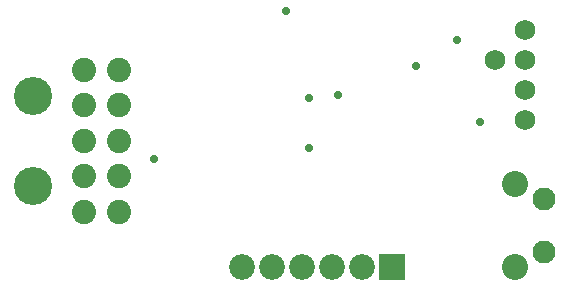
<source format=gbs>
G04 Layer_Color=16711935*
%FSLAX25Y25*%
%MOIN*%
G70*
G01*
G75*
%ADD44C,0.06800*%
%ADD48C,0.08674*%
%ADD49C,0.07690*%
%ADD50R,0.08600X0.08600*%
%ADD51C,0.08600*%
%ADD52C,0.08083*%
%ADD53C,0.12729*%
%ADD54C,0.02800*%
D44*
X343500Y346500D02*
D03*
X353500Y326500D02*
D03*
Y336500D02*
D03*
Y346500D02*
D03*
Y356500D02*
D03*
D48*
X350157Y305138D02*
D03*
Y277539D02*
D03*
D49*
X360000Y300177D02*
D03*
Y282500D02*
D03*
D50*
X309400Y277600D02*
D03*
D51*
X299400D02*
D03*
X289400D02*
D03*
X279400D02*
D03*
X269400D02*
D03*
X259400D02*
D03*
D52*
X206500Y296000D02*
D03*
Y307811D02*
D03*
Y319622D02*
D03*
Y331433D02*
D03*
Y343244D02*
D03*
X218311Y296000D02*
D03*
Y307811D02*
D03*
Y319622D02*
D03*
Y331433D02*
D03*
Y343244D02*
D03*
D53*
X189492Y304504D02*
D03*
Y334740D02*
D03*
D54*
X331000Y353400D02*
D03*
X291200Y334900D02*
D03*
X230000Y313500D02*
D03*
X281500Y317350D02*
D03*
X281700Y333900D02*
D03*
X338500Y326000D02*
D03*
X317400Y344600D02*
D03*
X274000Y363000D02*
D03*
M02*

</source>
